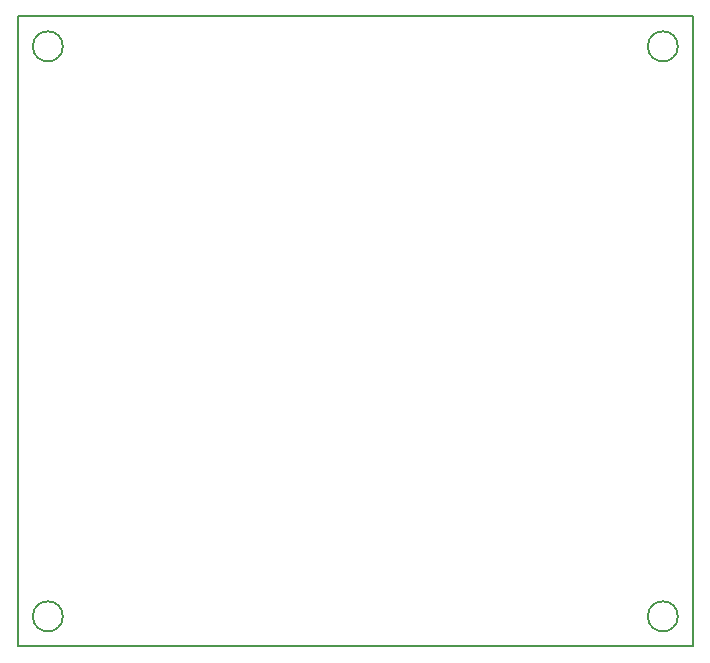
<source format=gbr>
G04 #@! TF.FileFunction,Profile,NP*
%FSLAX46Y46*%
G04 Gerber Fmt 4.6, Leading zero omitted, Abs format (unit mm)*
G04 Created by KiCad (PCBNEW 4.0.0-rc1-stable) date 09/10/2015 2:09:20 PM*
%MOMM*%
G01*
G04 APERTURE LIST*
%ADD10C,0.100000*%
%ADD11C,0.150000*%
G04 APERTURE END LIST*
D10*
D11*
X110490000Y-140970000D02*
X110490000Y-87630000D01*
X167640000Y-140970000D02*
X110490000Y-140970000D01*
X167640000Y-87630000D02*
X167640000Y-140970000D01*
X110490000Y-87630000D02*
X167640000Y-87630000D01*
X166370000Y-138430000D02*
G75*
G03X166370000Y-138430000I-1270000J0D01*
G01*
X114300000Y-138430000D02*
G75*
G03X114300000Y-138430000I-1270000J0D01*
G01*
X114300000Y-90170000D02*
G75*
G03X114300000Y-90170000I-1270000J0D01*
G01*
X166370000Y-90170000D02*
G75*
G03X166370000Y-90170000I-1270000J0D01*
G01*
M02*

</source>
